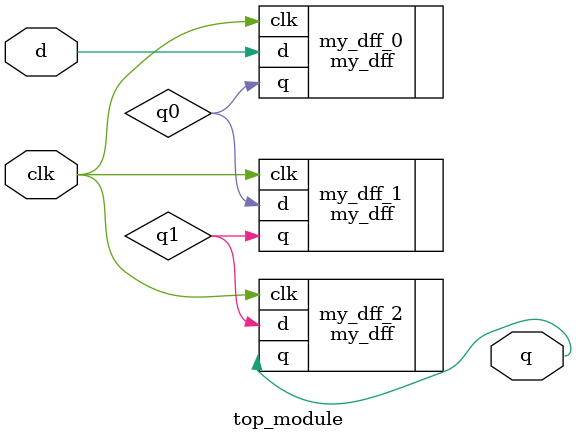
<source format=v>
module top_module ( input clk, input d, output q );

    wire q0,q1,q2;
    my_dff my_dff_0 (
        .clk(clk),
        .d(d),
        .q(q0)
    );

    my_dff my_dff_1 (
        .clk(clk),
        .d(q0),
        .q(q1)
    );

    my_dff my_dff_2 (
        .clk(clk),
        .d(q1),
        .q(q)
    );

endmodule

</source>
